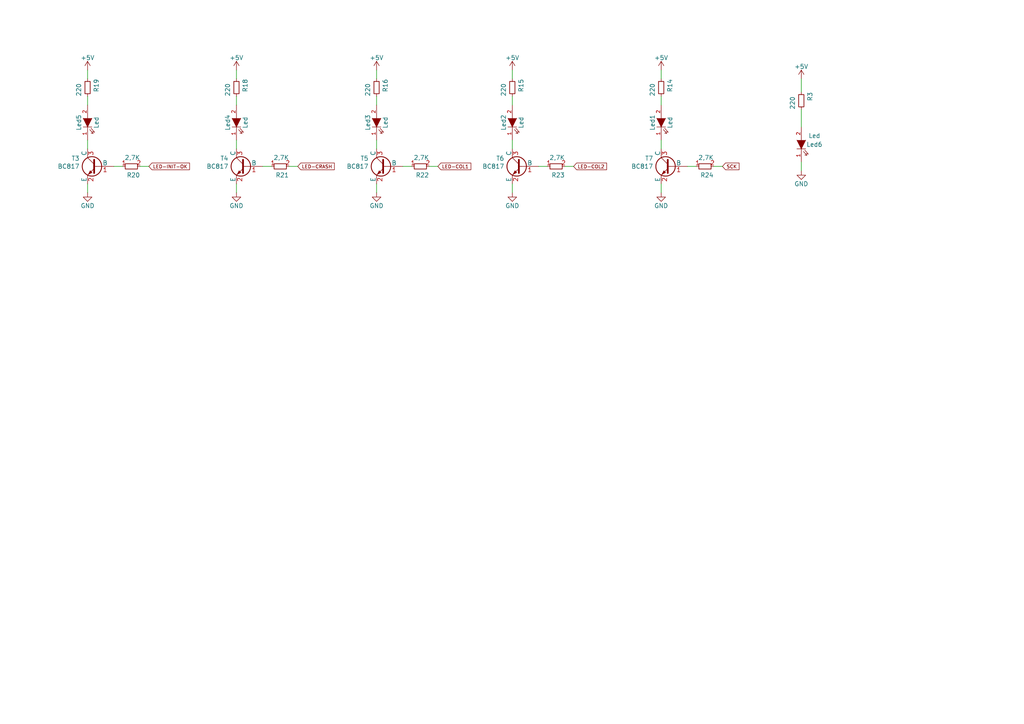
<source format=kicad_sch>
(kicad_sch (version 20210621) (generator eeschema)
  (paper "A4")
  (title_block (title "ArduMower BumperPerimeterDuino") (date "2021-07-20") (rev "4.00.ABPD") (company "Schaltplan / Layout  JL & UZ"))
  (lib_symbols
    (symbol "BumperDuino-rescue:+5V" (power) (pin_names (offset 0))
      (property "Value" "+5V" (at 0 3.556 0))
      (symbol "+5V_0_1"
        (polyline (pts (xy -0.762 1.27) (xy 0 2.54)))
        (polyline (pts (xy 0 0) (xy 0 2.54)))
        (polyline (pts (xy 0 2.54) (xy 0.762 1.27)))
      )
      (symbol "+5V_1_1"
        (pin power_in line (at 0 0 90) (length 0) hide (name "+5V") (number "1"))
      )
    )
    (symbol "BumperDuino-rescue:GND" (power) (pin_names (offset 0))
      (property "Value" "GND" (at 0 -3.81 0))
      (symbol "GND_0_1"
        (polyline (pts (xy 0 0) (xy 0 -1.27) (xy 1.27 -1.27) (xy 0 -2.54) (xy -1.27 -1.27) (xy 0 -1.27)))
      )
      (symbol "GND_1_1"
        (pin power_in line (at 0 0 270) (length 0) hide (name "GND") (number "1"))
      )
    )
    (symbol "BumperDuino-rescue:LED-RESCUE-BumperDuino" (pin_names (offset 1.016) hide)
      (property "Reference" "D" (at 0 2.54 0))
      (property "Value" "LED-RESCUE-BumperDuino" (at 0 -2.54 0))
      (symbol "LED-RESCUE-BumperDuino_0_1"
        (polyline (pts (xy -1.27 1.27) (xy -1.27 -1.27)))
        (polyline (pts (xy -2.032 -0.635) (xy -3.175 -1.651) (xy -3.048 -1.016)))
        (polyline (pts (xy -1.651 -1.016) (xy -2.794 -2.032) (xy -2.667 -1.397)))
        (polyline (pts (xy 1.27 1.27) (xy -1.27 0) (xy 1.27 -1.27)) (fill (type outline)))
      )
      (symbol "LED-RESCUE-BumperDuino_1_1"
        (pin passive line (at -5.08 0 0) (length 3.81) (name "K") (number "1"))
        (pin passive line (at 5.08 0 180) (length 3.81) (name "A") (number "2"))
      )
    )
    (symbol "BumperDuino-rescue:R_Small" (pin_numbers hide) (pin_names (offset 0.254) hide)
      (property "Reference" "R" (at 0.762 0.508 0))
      (property "Value" "R_Small" (at 0.762 -1.016 0))
      (symbol "R_Small_0_1"
        (rectangle (start -0.762 1.778) (end 0.762 -1.778) (stroke (width 0.2032)))
      )
      (symbol "R_Small_1_1"
        (pin passive line (at 0 2.54 270) (length 0.762) (name "~") (number "1"))
        (pin passive line (at 0 -2.54 90) (length 0.762) (name "~") (number "2"))
      )
    )
    (symbol "BumperDuino-rescue:R_Small_1" (pin_names (offset 0.254) hide)
      (property "Reference" "R" (at 0.762 0.508 0))
      (property "Value" "R_Small" (at 0.762 -1.016 0))
      (symbol "R_Small_1_0_1"
        (rectangle (start -0.762 1.778) (end 0.762 -1.778) (stroke (width 0.2032)))
      )
      (symbol "R_Small_1_1_1"
        (pin passive line (at 0 2.54 270) (length 0.762) (name "~") (number "1"))
        (pin passive line (at 0 -2.54 90) (length 0.762) (name "~") (number "2"))
      )
    )
    (symbol "ardumower-mega-shield-svn-rescue:BC817-40-RESCUE-ardumower_mega_shield_svn" (pin_names (offset 0))
      (property "Reference" "Q" (at 5.08 1.905 0))
      (property "Value" "BC817-40-RESCUE-ardumower_mega_shield_svn" (at 5.08 0 0))
      (symbol "BC817-40-RESCUE-ardumower_mega_shield_svn_0_1"
        (circle (center 1.27 0) (radius 2.8194) (stroke (width 0.254)))
        (polyline (pts (xy 0 0) (xy 0.635 0)))
        (polyline (pts (xy 2.54 2.54) (xy 0.635 0.635)))
        (polyline (pts (xy 0.635 -0.635) (xy 2.54 -2.54) (xy 2.54 -2.54)))
        (polyline (pts (xy 0.635 1.905) (xy 0.635 -1.905) (xy 0.635 -1.905)) (stroke (width 0.508)))
        (polyline (pts (xy 1.27 -1.778) (xy 1.778 -1.27) (xy 2.286 -2.286) (xy 1.27 -1.778) (xy 1.27 -1.778)) (fill (type outline)))
      )
      (symbol "BC817-40-RESCUE-ardumower_mega_shield_svn_1_1"
        (pin input line (at -5.08 0 0) (length 5.08) (name "B") (number "1"))
        (pin passive line (at 2.54 -5.08 90) (length 2.54) (name "E") (number "2"))
        (pin passive line (at 2.54 5.08 270) (length 2.54) (name "C") (number "3"))
      )
    )
  )
  (wire (pts (xy 25.4 20.32) (xy 25.4 22.86)))
  (wire (pts (xy 25.4 27.94) (xy 25.4 30.48)))
  (wire (pts (xy 25.4 40.64) (xy 25.4 43.18)))
  (wire (pts (xy 25.4 53.34) (xy 25.4 55.88)))
  (wire (pts (xy 33.02 48.26) (xy 35.56 48.26)))
  (wire (pts (xy 40.64 48.26) (xy 43.18 48.26)))
  (wire (pts (xy 68.58 20.32) (xy 68.58 22.86)))
  (wire (pts (xy 68.58 27.94) (xy 68.58 30.48)))
  (wire (pts (xy 68.58 40.64) (xy 68.58 43.18)))
  (wire (pts (xy 68.58 53.34) (xy 68.58 55.88)))
  (wire (pts (xy 76.2 48.26) (xy 78.74 48.26)))
  (wire (pts (xy 83.82 48.26) (xy 86.36 48.26)))
  (wire (pts (xy 109.22 20.32) (xy 109.22 22.86)))
  (wire (pts (xy 109.22 27.94) (xy 109.22 30.48)))
  (wire (pts (xy 109.22 40.64) (xy 109.22 43.18)))
  (wire (pts (xy 109.22 53.34) (xy 109.22 55.88)))
  (wire (pts (xy 116.84 48.26) (xy 119.38 48.26)))
  (wire (pts (xy 124.46 48.26) (xy 127 48.26)))
  (wire (pts (xy 148.59 20.32) (xy 148.59 22.86)))
  (wire (pts (xy 148.59 27.94) (xy 148.59 30.48)))
  (wire (pts (xy 148.59 40.64) (xy 148.59 43.18)))
  (wire (pts (xy 148.59 53.34) (xy 148.59 55.88)))
  (wire (pts (xy 156.21 48.26) (xy 158.75 48.26)))
  (wire (pts (xy 163.83 48.26) (xy 166.37 48.26)))
  (wire (pts (xy 191.77 20.32) (xy 191.77 22.86)))
  (wire (pts (xy 191.77 27.94) (xy 191.77 30.48)))
  (wire (pts (xy 191.77 40.64) (xy 191.77 43.18)))
  (wire (pts (xy 191.77 53.34) (xy 191.77 55.88)))
  (wire (pts (xy 199.39 48.26) (xy 201.93 48.26)))
  (wire (pts (xy 207.01 48.26) (xy 209.55 48.26)))
  (wire (pts (xy 232.41 22.86) (xy 232.41 26.67)))
  (wire (pts (xy 232.41 36.83) (xy 232.41 31.75)))
  (wire (pts (xy 232.41 46.99) (xy 232.41 49.53)))
  (global_label "LED-INIT-OK" (shape input) (at 43.18 48.26 0) (effects (font (size 0.9906 0.9906))) (property "Intersheet References" "${INTERSHEET_REFS}" (effects hide)))
  (global_label "LED-CRASH" (shape input) (at 86.36 48.26 0) (effects (font (size 0.9906 0.9906))) (property "Intersheet References" "${INTERSHEET_REFS}" (effects hide)))
  (global_label "LED-COL1" (shape input) (at 127 48.26 0) (effects (font (size 0.9906 0.9906))) (property "Intersheet References" "${INTERSHEET_REFS}" (effects hide)))
  (global_label "LED-COL2" (shape input) (at 166.37 48.26 0) (effects (font (size 0.9906 0.9906))) (property "Intersheet References" "${INTERSHEET_REFS}" (effects hide)))
  (global_label "SCK" (shape input) (at 209.55 48.26 0) (effects (font (size 0.9906 0.9906))) (property "Intersheet References" "${INTERSHEET_REFS}" (effects hide)))
  (symbol (lib_id "BumperDuino-rescue:+5V") (at 25.4 20.32 0) (unit 1)
    (property "Reference" "#PWR036" (effects hide))
    (property "Value" "+5V" (at 25.4 16.764 0))
  )
  (symbol (lib_id "BumperDuino-rescue:+5V") (at 68.58 20.32 0) (unit 1)
    (property "Reference" "#PWR040" (effects hide))
    (property "Value" "+5V" (at 68.58 16.764 0))
  )
  (symbol (lib_id "BumperDuino-rescue:+5V") (at 109.22 20.32 0) (unit 1)
    (property "Reference" "#PWR042" (effects hide))
    (property "Value" "+5V" (at 109.22 16.764 0))
  )
  (symbol (lib_id "BumperDuino-rescue:+5V") (at 148.59 20.32 0) (unit 1)
    (property "Reference" "#PWR044" (effects hide))
    (property "Value" "+5V" (at 148.59 16.764 0))
  )
  (symbol (lib_id "BumperDuino-rescue:+5V") (at 191.77 20.32 0) (unit 1)
    (property "Reference" "#PWR046" (effects hide))
    (property "Value" "+5V" (at 191.77 16.764 0))
  )
  (symbol (lib_id "BumperDuino-rescue:+5V") (at 232.41 22.86 0) (unit 1)
    (property "Reference" "#PWR048" (effects hide))
    (property "Value" "+5V" (at 232.41 19.304 0))
  )
  (symbol (lib_id "BumperDuino-rescue:GND") (at 25.4 55.88 0) (unit 1)
    (property "Reference" "#PWR037" (effects hide))
    (property "Value" "GND" (at 25.4 59.69 0))
  )
  (symbol (lib_id "BumperDuino-rescue:GND") (at 68.58 55.88 0) (unit 1)
    (property "Reference" "#PWR041" (effects hide))
    (property "Value" "GND" (at 68.58 59.69 0))
  )
  (symbol (lib_id "BumperDuino-rescue:GND") (at 109.22 55.88 0) (unit 1)
    (property "Reference" "#PWR043" (effects hide))
    (property "Value" "GND" (at 109.22 59.69 0))
  )
  (symbol (lib_id "BumperDuino-rescue:GND") (at 148.59 55.88 0) (unit 1)
    (property "Reference" "#PWR045" (effects hide))
    (property "Value" "GND" (at 148.59 59.69 0))
  )
  (symbol (lib_id "BumperDuino-rescue:GND") (at 191.77 55.88 0) (unit 1)
    (property "Reference" "#PWR047" (effects hide))
    (property "Value" "GND" (at 191.77 59.69 0))
  )
  (symbol (lib_id "BumperDuino-rescue:GND") (at 232.41 49.53 0) (unit 1)
    (property "Reference" "#PWR049" (effects hide))
    (property "Value" "GND" (at 232.41 53.34 0))
  )
  (symbol (lib_id "BumperDuino-rescue:R_Small") (at 25.4 25.4 180) (unit 1)
    (property "Reference" "R19" (at 27.94 22.86 90) (effects (justify left)))
    (property "Value" "220" (at 22.86 24.13 90) (effects (justify left)))
    (property "Footprint" "Resistor_SMD:R_0805_2012Metric" (effects hide))
    (property "Datasheet" "https://datasheet.lcsc.com/lcsc/1810241809_UNI-ROYAL-Uniroyal-Elec-0805W8F2200T5E_C17557.pdf" (effects hide))
    (property "Bauform" "0805" (effects hide))
    (property "Bestücken (Assemble)" "JA (YES)" (effects hide))
    (property "Funktion" "220Ω ±1% 0.125W ±100ppm/℃ 0805 Chip Resistor - Surface Mount RoHS" (effects hide))
    (property "Gehäuseart" "0805" (effects hide))
    (property "Hersteller" "UNI-ROYAL(Uniroyal Elec)" (effects hide))
    (property "Hersteller Bestellnummer" "0805W8F2200T5E" (effects hide))
    (property "LCSC Part" "C17557" (effects hide))
    (property "Technische Daten" "220Ω ±1% 0.125W ±100ppm/℃ 0805 Chip Resistor - Surface Mount RoHS" (effects hide))
    (property "Bestelllink" "https://jlcpcb.com/parts/componentSearch?isFirstLevel=true&firstSortUuid=null&firstName=RESISTORS" (effects hide))
  )
  (symbol (lib_name "BumperDuino-rescue:R_Small_1") (lib_id "BumperDuino-rescue:R_Small") (at 38.1 48.26 90) (unit 1)
    (property "Reference" "R20" (at 40.64 50.8 90) (effects (justify left)))
    (property "Value" "2,7K" (at 40.64 45.72 90) (effects (justify left)))
    (property "Footprint" "Resistor_SMD:R_0805_2012Metric" (effects hide))
    (property "Datasheet" "https://datasheet.lcsc.com/lcsc/1811131122_UNI-ROYAL-Uniroyal-Elec-0805W8F2701T5E_C17530.pdf" (effects hide))
    (property "Bauform" "0805" (effects hide))
    (property "Funktion" "2.7kΩ ±1% 0.125W ±100ppm/℃ 0805 Chip Resistor - Surface Mount RoHS" (effects hide))
    (property "Gehäuseart" "0805" (effects hide))
    (property "Hersteller" "UNI-ROYAL(Uniroyal Elec)" (effects hide))
    (property "Hersteller Bestellnummer" "0805W8F2701T5E" (effects hide))
    (property "Technische Daten" "2.7kΩ ±1% 0.125W ±100ppm/℃ 0805 Chip Resistor - Surface Mount RoHS" (effects hide))
    (property "LCSC Part" "C17530" (effects hide))
    (property "Bestelllink" "https://jlcpcb.com/parts/componentSearch?isSearch=true&searchTxt=C108518" (effects hide))
    (property "Bestücken (Assemble)" "JA (YES)" (effects hide))
  )
  (symbol (lib_id "BumperDuino-rescue:R_Small") (at 68.58 25.4 180) (unit 1)
    (property "Reference" "R18" (at 71.12 22.86 90) (effects (justify left)))
    (property "Value" "220" (at 66.04 24.13 90) (effects (justify left)))
    (property "Footprint" "Resistor_SMD:R_0805_2012Metric" (effects hide))
    (property "Datasheet" "https://datasheet.lcsc.com/lcsc/1810241809_UNI-ROYAL-Uniroyal-Elec-0805W8F2200T5E_C17557.pdf" (effects hide))
    (property "Bauform" "0805" (effects hide))
    (property "Bestücken (Assemble)" "JA (YES)" (effects hide))
    (property "Funktion" "220Ω ±1% 0.125W ±100ppm/℃ 0805 Chip Resistor - Surface Mount RoHS" (effects hide))
    (property "Gehäuseart" "0805" (effects hide))
    (property "Hersteller" "UNI-ROYAL(Uniroyal Elec)" (effects hide))
    (property "Hersteller Bestellnummer" "0805W8F2200T5E" (effects hide))
    (property "LCSC Part" "C17557" (effects hide))
    (property "Technische Daten" "220Ω ±1% 0.125W ±100ppm/℃ 0805 Chip Resistor - Surface Mount RoHS" (effects hide))
    (property "Bestelllink" "https://jlcpcb.com/parts/componentSearch?isFirstLevel=true&firstSortUuid=null&firstName=RESISTORS" (effects hide))
  )
  (symbol (lib_name "BumperDuino-rescue:R_Small_1") (lib_id "BumperDuino-rescue:R_Small") (at 81.28 48.26 90) (unit 1)
    (property "Reference" "R21" (at 83.82 50.8 90) (effects (justify left)))
    (property "Value" "2,7K" (at 83.82 45.72 90) (effects (justify left)))
    (property "Footprint" "Resistor_SMD:R_0805_2012Metric" (effects hide))
    (property "Datasheet" "https://datasheet.lcsc.com/lcsc/1811131122_UNI-ROYAL-Uniroyal-Elec-0805W8F2701T5E_C17530.pdf" (effects hide))
    (property "Bauform" "0805" (effects hide))
    (property "Funktion" "2.7kΩ ±1% 0.125W ±100ppm/℃ 0805 Chip Resistor - Surface Mount RoHS" (effects hide))
    (property "Gehäuseart" "0805" (effects hide))
    (property "Hersteller" "UNI-ROYAL(Uniroyal Elec)" (effects hide))
    (property "Hersteller Bestellnummer" "0805W8F2701T5E" (effects hide))
    (property "Technische Daten" "2.7kΩ ±1% 0.125W ±100ppm/℃ 0805 Chip Resistor - Surface Mount RoHS" (effects hide))
    (property "LCSC Part" "C17530" (effects hide))
    (property "Bestelllink" "https://jlcpcb.com/parts/componentSearch?isSearch=true&searchTxt=C108518" (effects hide))
    (property "Bestücken (Assemble)" "JA (YES)" (effects hide))
  )
  (symbol (lib_id "BumperDuino-rescue:R_Small") (at 109.22 25.4 180) (unit 1)
    (property "Reference" "R16" (at 111.76 22.86 90) (effects (justify left)))
    (property "Value" "220" (at 106.68 24.13 90) (effects (justify left)))
    (property "Footprint" "Resistor_SMD:R_0805_2012Metric" (effects hide))
    (property "Datasheet" "https://datasheet.lcsc.com/lcsc/1810241809_UNI-ROYAL-Uniroyal-Elec-0805W8F2200T5E_C17557.pdf" (effects hide))
    (property "Bauform" "0805" (effects hide))
    (property "Bestücken (Assemble)" "JA (YES)" (effects hide))
    (property "Funktion" "220Ω ±1% 0.125W ±100ppm/℃ 0805 Chip Resistor - Surface Mount RoHS" (effects hide))
    (property "Gehäuseart" "0805" (effects hide))
    (property "Hersteller" "UNI-ROYAL(Uniroyal Elec)" (effects hide))
    (property "Hersteller Bestellnummer" "0805W8F2200T5E" (effects hide))
    (property "LCSC Part" "C17557" (effects hide))
    (property "Technische Daten" "220Ω ±1% 0.125W ±100ppm/℃ 0805 Chip Resistor - Surface Mount RoHS" (effects hide))
    (property "Bestelllink" "https://jlcpcb.com/parts/componentSearch?isFirstLevel=true&firstSortUuid=null&firstName=RESISTORS" (effects hide))
  )
  (symbol (lib_name "BumperDuino-rescue:R_Small_1") (lib_id "BumperDuino-rescue:R_Small") (at 121.92 48.26 90) (unit 1)
    (property "Reference" "R22" (at 124.46 50.8 90) (effects (justify left)))
    (property "Value" "2,7K" (at 124.46 45.72 90) (effects (justify left)))
    (property "Footprint" "Resistor_SMD:R_0805_2012Metric" (effects hide))
    (property "Datasheet" "https://datasheet.lcsc.com/lcsc/1811131122_UNI-ROYAL-Uniroyal-Elec-0805W8F2701T5E_C17530.pdf" (effects hide))
    (property "Bauform" "0805" (effects hide))
    (property "Funktion" "2.7kΩ ±1% 0.125W ±100ppm/℃ 0805 Chip Resistor - Surface Mount RoHS" (effects hide))
    (property "Gehäuseart" "0805" (effects hide))
    (property "Hersteller" "UNI-ROYAL(Uniroyal Elec)" (effects hide))
    (property "Hersteller Bestellnummer" "0805W8F2701T5E" (effects hide))
    (property "Technische Daten" "2.7kΩ ±1% 0.125W ±100ppm/℃ 0805 Chip Resistor - Surface Mount RoHS" (effects hide))
    (property "LCSC Part" "C17530" (effects hide))
    (property "Bestelllink" "https://jlcpcb.com/parts/componentSearch?isSearch=true&searchTxt=C108518" (effects hide))
    (property "Bestücken (Assemble)" "JA (YES)" (effects hide))
  )
  (symbol (lib_id "BumperDuino-rescue:R_Small") (at 148.59 25.4 180) (unit 1)
    (property "Reference" "R15" (at 151.13 22.86 90) (effects (justify left)))
    (property "Value" "220" (at 146.05 24.13 90) (effects (justify left)))
    (property "Footprint" "Resistor_SMD:R_0805_2012Metric" (effects hide))
    (property "Datasheet" "https://datasheet.lcsc.com/lcsc/1810241809_UNI-ROYAL-Uniroyal-Elec-0805W8F2200T5E_C17557.pdf" (effects hide))
    (property "Bauform" "0805" (effects hide))
    (property "Bestücken (Assemble)" "JA (YES)" (effects hide))
    (property "Funktion" "220Ω ±1% 0.125W ±100ppm/℃ 0805 Chip Resistor - Surface Mount RoHS" (effects hide))
    (property "Gehäuseart" "0805" (effects hide))
    (property "Hersteller" "UNI-ROYAL(Uniroyal Elec)" (effects hide))
    (property "Hersteller Bestellnummer" "0805W8F2200T5E" (effects hide))
    (property "LCSC Part" "C17557" (effects hide))
    (property "Technische Daten" "220Ω ±1% 0.125W ±100ppm/℃ 0805 Chip Resistor - Surface Mount RoHS" (effects hide))
    (property "Bestelllink" "https://jlcpcb.com/parts/componentSearch?isFirstLevel=true&firstSortUuid=null&firstName=RESISTORS" (effects hide))
  )
  (symbol (lib_name "BumperDuino-rescue:R_Small_1") (lib_id "BumperDuino-rescue:R_Small") (at 161.29 48.26 90) (unit 1)
    (property "Reference" "R23" (at 163.83 50.8 90) (effects (justify left)))
    (property "Value" "2,7K" (at 163.83 45.72 90) (effects (justify left)))
    (property "Footprint" "Resistor_SMD:R_0805_2012Metric" (effects hide))
    (property "Datasheet" "https://datasheet.lcsc.com/lcsc/1811131122_UNI-ROYAL-Uniroyal-Elec-0805W8F2701T5E_C17530.pdf" (effects hide))
    (property "Bauform" "0805" (effects hide))
    (property "Funktion" "2.7kΩ ±1% 0.125W ±100ppm/℃ 0805 Chip Resistor - Surface Mount RoHS" (effects hide))
    (property "Gehäuseart" "0805" (effects hide))
    (property "Hersteller" "UNI-ROYAL(Uniroyal Elec)" (effects hide))
    (property "Hersteller Bestellnummer" "0805W8F2701T5E" (effects hide))
    (property "Technische Daten" "2.7kΩ ±1% 0.125W ±100ppm/℃ 0805 Chip Resistor - Surface Mount RoHS" (effects hide))
    (property "LCSC Part" "C17530" (effects hide))
    (property "Bestelllink" "https://jlcpcb.com/parts/componentSearch?isSearch=true&searchTxt=C108518" (effects hide))
    (property "Bestücken (Assemble)" "JA (YES)" (effects hide))
  )
  (symbol (lib_id "BumperDuino-rescue:R_Small") (at 191.77 25.4 180) (unit 1)
    (property "Reference" "R14" (at 194.31 22.86 90) (effects (justify left)))
    (property "Value" "220" (at 189.23 24.13 90) (effects (justify left)))
    (property "Footprint" "Resistor_SMD:R_0805_2012Metric" (effects hide))
    (property "Datasheet" "https://datasheet.lcsc.com/lcsc/1810241809_UNI-ROYAL-Uniroyal-Elec-0805W8F2200T5E_C17557.pdf" (effects hide))
    (property "Bauform" "0805" (effects hide))
    (property "Bestücken (Assemble)" "JA (YES)" (effects hide))
    (property "Funktion" "220Ω ±1% 0.125W ±100ppm/℃ 0805 Chip Resistor - Surface Mount RoHS" (effects hide))
    (property "Gehäuseart" "0805" (effects hide))
    (property "Hersteller" "UNI-ROYAL(Uniroyal Elec)" (effects hide))
    (property "Hersteller Bestellnummer" "0805W8F2200T5E" (effects hide))
    (property "LCSC Part" "C17557" (effects hide))
    (property "Technische Daten" "220Ω ±1% 0.125W ±100ppm/℃ 0805 Chip Resistor - Surface Mount RoHS" (effects hide))
    (property "Bestelllink" "https://jlcpcb.com/parts/componentSearch?isFirstLevel=true&firstSortUuid=null&firstName=RESISTORS" (effects hide))
  )
  (symbol (lib_name "BumperDuino-rescue:R_Small_1") (lib_id "BumperDuino-rescue:R_Small") (at 204.47 48.26 90) (unit 1)
    (property "Reference" "R24" (at 207.01 50.8 90) (effects (justify left)))
    (property "Value" "2,7K" (at 207.01 45.72 90) (effects (justify left)))
    (property "Footprint" "Resistor_SMD:R_0805_2012Metric" (effects hide))
    (property "Datasheet" "https://datasheet.lcsc.com/lcsc/1811131122_UNI-ROYAL-Uniroyal-Elec-0805W8F2701T5E_C17530.pdf" (effects hide))
    (property "Bauform" "0805" (effects hide))
    (property "Funktion" "2.7kΩ ±1% 0.125W ±100ppm/℃ 0805 Chip Resistor - Surface Mount RoHS" (effects hide))
    (property "Gehäuseart" "0805" (effects hide))
    (property "Hersteller" "UNI-ROYAL(Uniroyal Elec)" (effects hide))
    (property "Hersteller Bestellnummer" "0805W8F2701T5E" (effects hide))
    (property "Technische Daten" "2.7kΩ ±1% 0.125W ±100ppm/℃ 0805 Chip Resistor - Surface Mount RoHS" (effects hide))
    (property "LCSC Part" "C17530" (effects hide))
    (property "Bestelllink" "https://jlcpcb.com/parts/componentSearch?isSearch=true&searchTxt=C108518" (effects hide))
    (property "Bestücken (Assemble)" "JA (YES)" (effects hide))
  )
  (symbol (lib_id "BumperDuino-rescue:R_Small") (at 232.41 29.21 180) (unit 1)
    (property "Reference" "R3" (at 234.95 26.67 90) (effects (justify left)))
    (property "Value" "220" (at 229.87 27.94 90) (effects (justify left)))
    (property "Footprint" "Resistor_SMD:R_0805_2012Metric" (effects hide))
    (property "Datasheet" "https://datasheet.lcsc.com/lcsc/1810241809_UNI-ROYAL-Uniroyal-Elec-0805W8F2200T5E_C17557.pdf" (effects hide))
    (property "Bauform" "0805" (effects hide))
    (property "Bestücken (Assemble)" "JA (YES)" (effects hide))
    (property "Funktion" "220Ω ±1% 0.125W ±100ppm/℃ 0805 Chip Resistor - Surface Mount RoHS" (effects hide))
    (property "Gehäuseart" "0805" (effects hide))
    (property "Hersteller" "UNI-ROYAL(Uniroyal Elec)" (effects hide))
    (property "Hersteller Bestellnummer" "0805W8F2200T5E" (effects hide))
    (property "LCSC Part" "C17557" (effects hide))
    (property "Technische Daten" "220Ω ±1% 0.125W ±100ppm/℃ 0805 Chip Resistor - Surface Mount RoHS" (effects hide))
    (property "Bestelllink" "https://jlcpcb.com/parts/componentSearch?isFirstLevel=true&firstSortUuid=null&firstName=RESISTORS" (effects hide))
  )
  (symbol (lib_id "BumperDuino-rescue:LED-RESCUE-BumperDuino") (at 25.4 35.56 90) (unit 1)
    (property "Reference" "Led5" (at 22.86 35.56 0))
    (property "Value" "Led" (at 27.94 35.56 0))
    (property "Footprint" "LED_SMD:LED_0805_2012Metric" (effects hide))
    (property "Datasheet" "https://cdn-reichelt.de/documents/datenblatt/A500/KP2012SYC_ENG_TDS.pdf" (effects hide))
    (property "Bauform" "0805" (effects hide))
    (property "Bestücken (Assemble)" "JA (YES)" (effects hide))
    (property "Funktion" "Yellow 592~594nm 0805 Light Emitting Diodes (LED) RoHS" (effects hide))
    (property "Gehäuseart" "0805" (effects hide))
    (property "Hersteller" "Hubei KENTO Elec" (effects hide))
    (property "Hersteller Bestellnummer" "17-21SUYC/TR8" (effects hide))
    (property "LCSC Part" "C2296" (effects hide))
    (property "Reichelt-Bestelllink" "https://www.reichelt.de/led-smd-0805-gelb-150-mcd-120--kbt-kp-2012syc-p231705.html?&trstct=pos_5&nbc=1" (effects hide))
    (property "Reichelt-Bestellnummer" "KBT KP-2012SYC" (effects hide))
    (property "Reichelt-Datenblatt" "https://cdn-reichelt.de/documents/datenblatt/A500/KP2012SYC_ENG_TDS.pdf" (effects hide))
    (property "Technische Daten" "Yellow 592~594nm 0805 Light Emitting Diodes (LED) RoHS" (effects hide))
  )
  (symbol (lib_id "BumperDuino-rescue:LED-RESCUE-BumperDuino") (at 68.58 35.56 90) (unit 1)
    (property "Reference" "Led4" (at 66.04 35.56 0))
    (property "Value" "Led" (at 71.12 35.56 0))
    (property "Footprint" "LED_SMD:LED_0805_2012Metric" (effects hide))
    (property "Datasheet" "https://cdn-reichelt.de/documents/datenblatt/A500/KP2012SYC_ENG_TDS.pdf" (effects hide))
    (property "Bauform" "0805" (effects hide))
    (property "Bestücken (Assemble)" "JA (YES)" (effects hide))
    (property "Funktion" "Yellow 592~594nm 0805 Light Emitting Diodes (LED) RoHS" (effects hide))
    (property "Gehäuseart" "0805" (effects hide))
    (property "Hersteller" "Hubei KENTO Elec" (effects hide))
    (property "Hersteller Bestellnummer" "17-21SUYC/TR8" (effects hide))
    (property "LCSC Part" "C2296" (effects hide))
    (property "Reichelt-Bestelllink" "https://www.reichelt.de/led-smd-0805-gelb-150-mcd-120--kbt-kp-2012syc-p231705.html?&trstct=pos_5&nbc=1" (effects hide))
    (property "Reichelt-Bestellnummer" "KBT KP-2012SYC" (effects hide))
    (property "Reichelt-Datenblatt" "https://cdn-reichelt.de/documents/datenblatt/A500/KP2012SYC_ENG_TDS.pdf" (effects hide))
    (property "Technische Daten" "Yellow 592~594nm 0805 Light Emitting Diodes (LED) RoHS" (effects hide))
  )
  (symbol (lib_id "BumperDuino-rescue:LED-RESCUE-BumperDuino") (at 109.22 35.56 90) (unit 1)
    (property "Reference" "Led3" (at 106.68 35.56 0))
    (property "Value" "Led" (at 111.76 35.56 0))
    (property "Footprint" "LED_SMD:LED_0805_2012Metric" (effects hide))
    (property "Datasheet" "https://cdn-reichelt.de/documents/datenblatt/A500/KP2012SYC_ENG_TDS.pdf" (effects hide))
    (property "Bauform" "0805" (effects hide))
    (property "Bestücken (Assemble)" "JA (YES)" (effects hide))
    (property "Funktion" "Yellow 592~594nm 0805 Light Emitting Diodes (LED) RoHS" (effects hide))
    (property "Gehäuseart" "0805" (effects hide))
    (property "Hersteller" "Hubei KENTO Elec" (effects hide))
    (property "Hersteller Bestellnummer" "17-21SUYC/TR8" (effects hide))
    (property "LCSC Part" "C2296" (effects hide))
    (property "Reichelt-Bestelllink" "https://www.reichelt.de/led-smd-0805-gelb-150-mcd-120--kbt-kp-2012syc-p231705.html?&trstct=pos_5&nbc=1" (effects hide))
    (property "Reichelt-Bestellnummer" "KBT KP-2012SYC" (effects hide))
    (property "Reichelt-Datenblatt" "https://cdn-reichelt.de/documents/datenblatt/A500/KP2012SYC_ENG_TDS.pdf" (effects hide))
    (property "Technische Daten" "Yellow 592~594nm 0805 Light Emitting Diodes (LED) RoHS" (effects hide))
  )
  (symbol (lib_id "BumperDuino-rescue:LED-RESCUE-BumperDuino") (at 148.59 35.56 90) (unit 1)
    (property "Reference" "Led2" (at 146.05 35.56 0))
    (property "Value" "Led" (at 151.13 35.56 0))
    (property "Footprint" "LED_SMD:LED_0805_2012Metric" (effects hide))
    (property "Datasheet" "https://cdn-reichelt.de/documents/datenblatt/A500/KP2012SYC_ENG_TDS.pdf" (effects hide))
    (property "Bauform" "0805" (effects hide))
    (property "Bestücken (Assemble)" "JA (YES)" (effects hide))
    (property "Funktion" "Yellow 592~594nm 0805 Light Emitting Diodes (LED) RoHS" (effects hide))
    (property "Gehäuseart" "0805" (effects hide))
    (property "Hersteller" "Hubei KENTO Elec" (effects hide))
    (property "Hersteller Bestellnummer" "17-21SUYC/TR8" (effects hide))
    (property "LCSC Part" "C2296" (effects hide))
    (property "Reichelt-Bestelllink" "https://www.reichelt.de/led-smd-0805-gelb-150-mcd-120--kbt-kp-2012syc-p231705.html?&trstct=pos_5&nbc=1" (effects hide))
    (property "Reichelt-Bestellnummer" "KBT KP-2012SYC" (effects hide))
    (property "Reichelt-Datenblatt" "https://cdn-reichelt.de/documents/datenblatt/A500/KP2012SYC_ENG_TDS.pdf" (effects hide))
    (property "Technische Daten" "Yellow 592~594nm 0805 Light Emitting Diodes (LED) RoHS" (effects hide))
  )
  (symbol (lib_id "BumperDuino-rescue:LED-RESCUE-BumperDuino") (at 191.77 35.56 90) (unit 1)
    (property "Reference" "Led1" (at 189.23 35.56 0))
    (property "Value" "Led" (at 194.31 35.56 0))
    (property "Footprint" "LED_SMD:LED_0805_2012Metric" (effects hide))
    (property "Datasheet" "https://cdn-reichelt.de/documents/datenblatt/A500/KP2012SYC_ENG_TDS.pdf" (effects hide))
    (property "Bauform" "0805" (effects hide))
    (property "Bestücken (Assemble)" "JA (YES)" (effects hide))
    (property "Funktion" "Yellow 592~594nm 0805 Light Emitting Diodes (LED) RoHS" (effects hide))
    (property "Gehäuseart" "0805" (effects hide))
    (property "Hersteller" "Hubei KENTO Elec" (effects hide))
    (property "Hersteller Bestellnummer" "17-21SUYC/TR8" (effects hide))
    (property "LCSC Part" "C2296" (effects hide))
    (property "Reichelt-Bestelllink" "https://www.reichelt.de/led-smd-0805-gelb-150-mcd-120--kbt-kp-2012syc-p231705.html?&trstct=pos_5&nbc=1" (effects hide))
    (property "Reichelt-Bestellnummer" "KBT KP-2012SYC" (effects hide))
    (property "Reichelt-Datenblatt" "https://cdn-reichelt.de/documents/datenblatt/A500/KP2012SYC_ENG_TDS.pdf" (effects hide))
    (property "Technische Daten" "Yellow 592~594nm 0805 Light Emitting Diodes (LED) RoHS" (effects hide))
  )
  (symbol (lib_id "BumperDuino-rescue:LED-RESCUE-BumperDuino") (at 232.41 41.91 90) (unit 1)
    (property "Reference" "Led6" (at 236.22 41.91 90))
    (property "Value" "Led" (at 236.22 39.37 90))
    (property "Footprint" "LED_SMD:LED_0805_2012Metric" (effects hide))
    (property "Datasheet" "https://cdn-reichelt.de/documents/datenblatt/A500/KP2012SYC_ENG_TDS.pdf" (effects hide))
    (property "Bauform" "0805" (effects hide))
    (property "Bestücken (Assemble)" "JA (YES)" (effects hide))
    (property "Funktion" "Yellow 592~594nm 0805 Light Emitting Diodes (LED) RoHS" (effects hide))
    (property "Gehäuseart" "0805" (effects hide))
    (property "Hersteller" "Hubei KENTO Elec" (effects hide))
    (property "Hersteller Bestellnummer" "17-21SUYC/TR8" (effects hide))
    (property "LCSC Part" "C2296" (effects hide))
    (property "Reichelt-Bestelllink" "https://www.reichelt.de/led-smd-0805-gelb-150-mcd-120--kbt-kp-2012syc-p231705.html?&trstct=pos_5&nbc=1" (effects hide))
    (property "Reichelt-Bestellnummer" "KBT KP-2012SYC" (effects hide))
    (property "Reichelt-Datenblatt" "https://cdn-reichelt.de/documents/datenblatt/A500/KP2012SYC_ENG_TDS.pdf" (effects hide))
    (property "Technische Daten" "Yellow 592~594nm 0805 Light Emitting Diodes (LED) RoHS" (effects hide))
  )
  (symbol (lib_id "ardumower-mega-shield-svn-rescue:BC817-40-RESCUE-ardumower_mega_shield_svn") (at 27.94 48.26 0) (mirror y) (unit 1)
    (property "Reference" "T3" (at 23.0886 45.9486 0) (effects (justify left)))
    (property "Value" "BC817" (at 23.0886 48.26 0) (effects (justify left)))
    (property "Footprint" "Package_TO_SOT_SMD:SOT-23" (effects hide))
    (property "Datasheet" "https://datasheet.lcsc.com/lcsc/1810221220_ST-Semtech-BC817-25-6C_C118725.pdf" (effects hide))
    (property "Bestelllink" "https://jlcpcb.com/parts/componentSearch?isSearch=true&searchTxt=C118725" (effects hide))
    (property "Bestücken (Assemble)" "JA (YES)" (effects hide))
    (property "Funktion" "Transistor SMD NPN SOT-23 45 V 0.5 A 0.25 W" (effects hide))
    (property "Gehäuseart" "SOT-23-3" (effects hide))
    (property "LCSC Part" "C118725" (effects hide))
    (property "Bauform" "SOT-23-3" (effects hide))
    (property "Hersteller" "ST(Semtech)" (effects hide))
    (property "Hersteller Bestellnummer" "BC817-25(6C)" (effects hide))
    (property "JLCPCB Basic / Extern" "1" (effects hide))
    (property "Reichelt-Bestellnummer" "BC 817-40 SMD" (effects hide))
    (property "Technische Daten" "NPN 500mA 45V 300mW SOT-23(SOT-23-3) Transistors (NPN/PNP) RoHS" (effects hide))
  )
  (symbol (lib_id "ardumower-mega-shield-svn-rescue:BC817-40-RESCUE-ardumower_mega_shield_svn") (at 71.12 48.26 0) (mirror y) (unit 1)
    (property "Reference" "T4" (at 66.2686 45.9486 0) (effects (justify left)))
    (property "Value" "BC817" (at 66.2686 48.26 0) (effects (justify left)))
    (property "Footprint" "Package_TO_SOT_SMD:SOT-23" (effects hide))
    (property "Datasheet" "https://datasheet.lcsc.com/lcsc/1810221220_ST-Semtech-BC817-25-6C_C118725.pdf" (effects hide))
    (property "Bestelllink" "https://jlcpcb.com/parts/componentSearch?isSearch=true&searchTxt=C118725" (effects hide))
    (property "Bestücken (Assemble)" "JA (YES)" (effects hide))
    (property "Funktion" "Transistor SMD NPN SOT-23 45 V 0.5 A 0.25 W" (effects hide))
    (property "Gehäuseart" "SOT-23-3" (effects hide))
    (property "LCSC Part" "C118725" (effects hide))
    (property "Bauform" "SOT-23-3" (effects hide))
    (property "Hersteller" "ST(Semtech)" (effects hide))
    (property "Hersteller Bestellnummer" "BC817-25(6C)" (effects hide))
    (property "JLCPCB Basic / Extern" "1" (effects hide))
    (property "Reichelt-Bestellnummer" "BC 817-40 SMD" (effects hide))
    (property "Technische Daten" "NPN 500mA 45V 300mW SOT-23(SOT-23-3) Transistors (NPN/PNP) RoHS" (effects hide))
  )
  (symbol (lib_id "ardumower-mega-shield-svn-rescue:BC817-40-RESCUE-ardumower_mega_shield_svn") (at 111.76 48.26 0) (mirror y) (unit 1)
    (property "Reference" "T5" (at 106.9086 45.9486 0) (effects (justify left)))
    (property "Value" "BC817" (at 106.9086 48.26 0) (effects (justify left)))
    (property "Footprint" "Package_TO_SOT_SMD:SOT-23" (effects hide))
    (property "Datasheet" "https://datasheet.lcsc.com/lcsc/1810221220_ST-Semtech-BC817-25-6C_C118725.pdf" (effects hide))
    (property "Bestelllink" "https://jlcpcb.com/parts/componentSearch?isSearch=true&searchTxt=C118725" (effects hide))
    (property "Bestücken (Assemble)" "JA (YES)" (effects hide))
    (property "Funktion" "Transistor SMD NPN SOT-23 45 V 0.5 A 0.25 W" (effects hide))
    (property "Gehäuseart" "SOT-23-3" (effects hide))
    (property "LCSC Part" "C118725" (effects hide))
    (property "Bauform" "SOT-23-3" (effects hide))
    (property "Hersteller" "ST(Semtech)" (effects hide))
    (property "Hersteller Bestellnummer" "BC817-25(6C)" (effects hide))
    (property "JLCPCB Basic / Extern" "1" (effects hide))
    (property "Reichelt-Bestellnummer" "BC 817-40 SMD" (effects hide))
    (property "Technische Daten" "NPN 500mA 45V 300mW SOT-23(SOT-23-3) Transistors (NPN/PNP) RoHS" (effects hide))
  )
  (symbol (lib_id "ardumower-mega-shield-svn-rescue:BC817-40-RESCUE-ardumower_mega_shield_svn") (at 151.13 48.26 0) (mirror y) (unit 1)
    (property "Reference" "T6" (at 146.2786 45.9486 0) (effects (justify left)))
    (property "Value" "BC817" (at 146.2786 48.26 0) (effects (justify left)))
    (property "Footprint" "Package_TO_SOT_SMD:SOT-23" (effects hide))
    (property "Datasheet" "https://datasheet.lcsc.com/lcsc/1810221220_ST-Semtech-BC817-25-6C_C118725.pdf" (effects hide))
    (property "Bestelllink" "https://jlcpcb.com/parts/componentSearch?isSearch=true&searchTxt=C118725" (effects hide))
    (property "Bestücken (Assemble)" "JA (YES)" (effects hide))
    (property "Funktion" "Transistor SMD NPN SOT-23 45 V 0.5 A 0.25 W" (effects hide))
    (property "Gehäuseart" "SOT-23-3" (effects hide))
    (property "LCSC Part" "C118725" (effects hide))
    (property "Bauform" "SOT-23-3" (effects hide))
    (property "Hersteller" "ST(Semtech)" (effects hide))
    (property "Hersteller Bestellnummer" "BC817-25(6C)" (effects hide))
    (property "JLCPCB Basic / Extern" "1" (effects hide))
    (property "Reichelt-Bestellnummer" "BC 817-40 SMD" (effects hide))
    (property "Technische Daten" "NPN 500mA 45V 300mW SOT-23(SOT-23-3) Transistors (NPN/PNP) RoHS" (effects hide))
  )
  (symbol (lib_id "ardumower-mega-shield-svn-rescue:BC817-40-RESCUE-ardumower_mega_shield_svn") (at 194.31 48.26 0) (mirror y) (unit 1)
    (property "Reference" "T7" (at 189.4586 45.9486 0) (effects (justify left)))
    (property "Value" "BC817" (at 189.4586 48.26 0) (effects (justify left)))
    (property "Footprint" "Package_TO_SOT_SMD:SOT-23" (effects hide))
    (property "Datasheet" "https://datasheet.lcsc.com/lcsc/1810221220_ST-Semtech-BC817-25-6C_C118725.pdf" (effects hide))
    (property "Bestelllink" "https://jlcpcb.com/parts/componentSearch?isSearch=true&searchTxt=C118725" (effects hide))
    (property "Bestücken (Assemble)" "JA (YES)" (effects hide))
    (property "Funktion" "Transistor SMD NPN SOT-23 45 V 0.5 A 0.25 W" (effects hide))
    (property "Gehäuseart" "SOT-23-3" (effects hide))
    (property "LCSC Part" "C118725" (effects hide))
    (property "Bauform" "SOT-23-3" (effects hide))
    (property "Hersteller" "ST(Semtech)" (effects hide))
    (property "Hersteller Bestellnummer" "BC817-25(6C)" (effects hide))
    (property "JLCPCB Basic / Extern" "1" (effects hide))
    (property "Reichelt-Bestellnummer" "BC 817-40 SMD" (effects hide))
    (property "Technische Daten" "NPN 500mA 45V 300mW SOT-23(SOT-23-3) Transistors (NPN/PNP) RoHS" (effects hide))
  )
)
</source>
